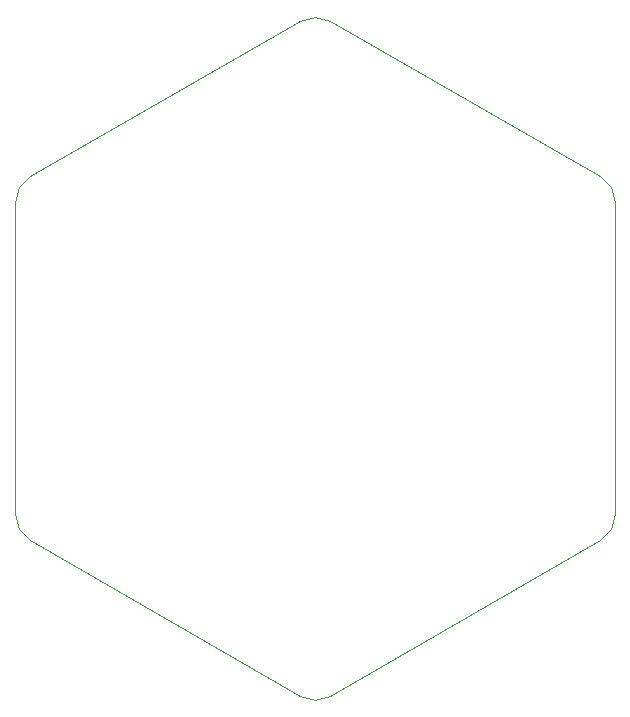
<source format=gm1>
G04 #@! TF.GenerationSoftware,KiCad,Pcbnew,(6.0.0)*
G04 #@! TF.CreationDate,2022-03-25T14:06:01-05:00*
G04 #@! TF.ProjectId,gencyber-badge-22_2,67656e63-7962-4657-922d-62616467652d,rev?*
G04 #@! TF.SameCoordinates,Original*
G04 #@! TF.FileFunction,Profile,NP*
%FSLAX46Y46*%
G04 Gerber Fmt 4.6, Leading zero omitted, Abs format (unit mm)*
G04 Created by KiCad (PCBNEW (6.0.0)) date 2022-03-25 14:06:01*
%MOMM*%
%LPD*%
G01*
G04 APERTURE LIST*
G04 #@! TA.AperFunction,Profile*
%ADD10C,0.003904*%
G04 #@! TD*
G04 APERTURE END LIST*
D10*
X151000000Y-61000000D02*
X152265801Y-61339172D01*
X149734200Y-118519453D02*
X126873164Y-105320427D01*
X125946535Y-75464539D02*
X126873161Y-74537910D01*
X175126837Y-105320427D02*
X152265797Y-118519453D01*
X176053466Y-75464472D02*
X176392637Y-76730269D01*
X176392637Y-76730269D02*
X176392651Y-103128161D01*
X125946535Y-104393798D02*
X125607364Y-103127997D01*
X152265797Y-118519453D02*
X150999997Y-118858624D01*
X125607364Y-103127997D02*
X125607364Y-76730336D01*
X175126851Y-105320590D02*
X175126837Y-105320427D01*
X175126837Y-74537843D02*
X176053466Y-75464472D01*
X126873164Y-105320427D02*
X125946535Y-104393798D01*
X176392651Y-103128161D02*
X176053480Y-104393961D01*
X150999997Y-118858624D02*
X149734200Y-118519453D01*
X126873161Y-74537910D02*
X149734203Y-61339172D01*
X149734203Y-61339172D02*
X151000000Y-61000000D01*
X125607364Y-76730336D02*
X125946535Y-75464539D01*
X152265801Y-61339172D02*
X175126837Y-74537843D01*
X176053480Y-104393961D02*
X175126851Y-105320590D01*
M02*

</source>
